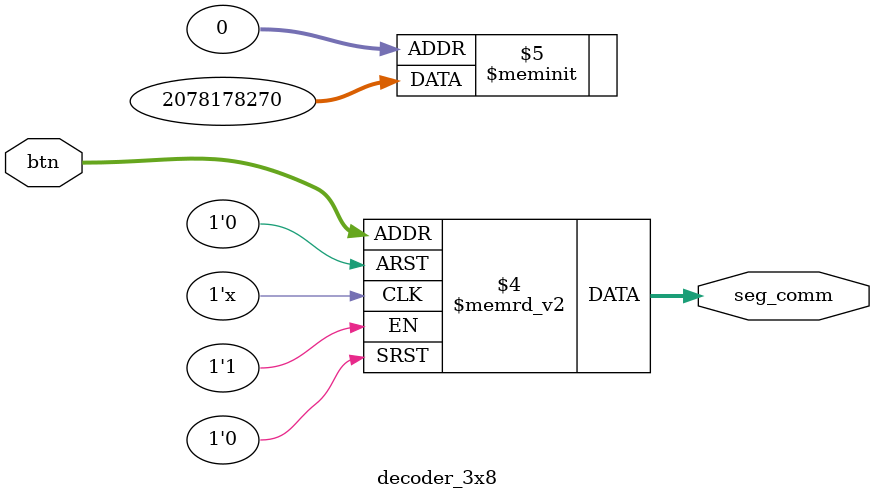
<source format=v>
module decoder_3x8(
    input [2:0] btn,
    output reg [3:0] seg_comm
    );
    
    always @(btn)begin
        case(btn)
            3'b000: seg_comm = 4'b1110;
            3'b001: seg_comm = 4'b1101;
            3'b010: seg_comm = 4'b1011;
            3'b011: seg_comm = 4'b0111;
            3'b100: seg_comm = 4'b1110;
            3'b101: seg_comm = 4'b1101;
            3'b110: seg_comm = 4'b1011;
            3'b111: seg_comm = 4'b0111;
            default: seg_comm = 4'b1111;
        endcase
    end
endmodule

</source>
